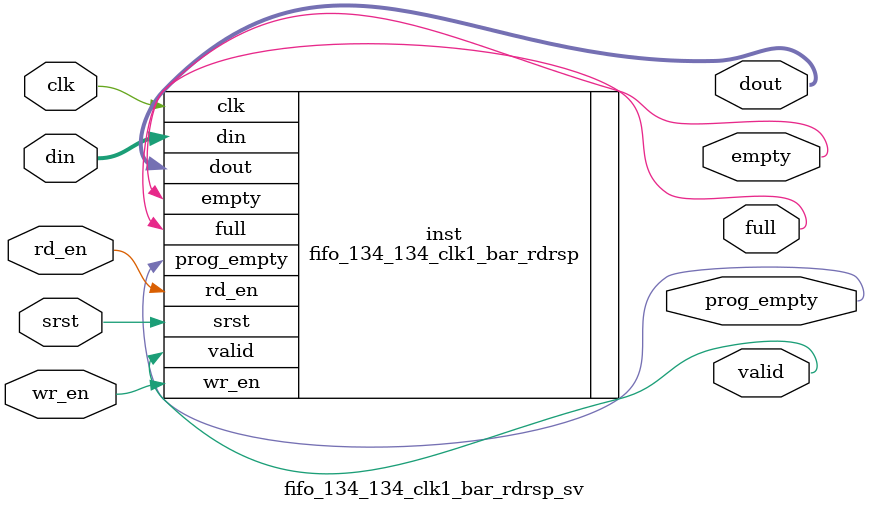
<source format=sv>


`timescale 1ps / 1ps

`include "vivado_interfaces.svh"

module fifo_134_134_clk1_bar_rdrsp_sv (
  (* X_INTERFACE_IGNORE = "true" *)
  input wire clk,
  (* X_INTERFACE_IGNORE = "true" *)
  input wire srst,
  (* X_INTERFACE_IGNORE = "true" *)
  input wire [133:0] din,
  (* X_INTERFACE_IGNORE = "true" *)
  input wire wr_en,
  (* X_INTERFACE_IGNORE = "true" *)
  input wire rd_en,
  (* X_INTERFACE_IGNORE = "true" *)
  output wire [133:0] dout,
  (* X_INTERFACE_IGNORE = "true" *)
  output wire full,
  (* X_INTERFACE_IGNORE = "true" *)
  output wire empty,
  (* X_INTERFACE_IGNORE = "true" *)
  output wire valid,
  (* X_INTERFACE_IGNORE = "true" *)
  output wire prog_empty
);

  fifo_134_134_clk1_bar_rdrsp inst (
    .clk(clk),
    .srst(srst),
    .din(din),
    .wr_en(wr_en),
    .rd_en(rd_en),
    .dout(dout),
    .full(full),
    .empty(empty),
    .valid(valid),
    .prog_empty(prog_empty)
  );

endmodule

</source>
